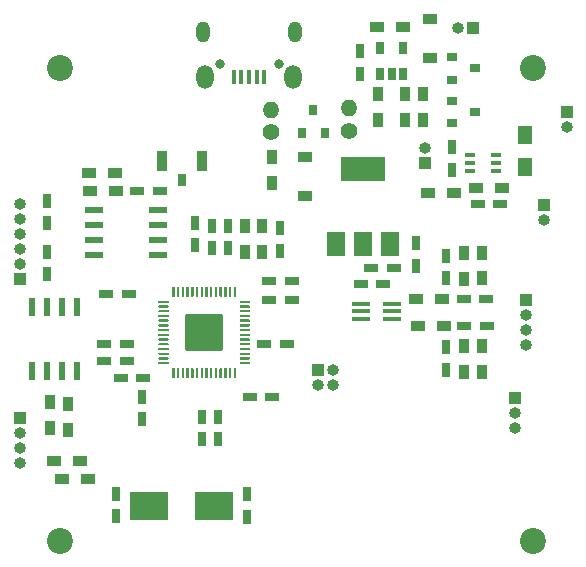
<source format=gbr>
%TF.GenerationSoftware,KiCad,Pcbnew,(5.1.12)-1*%
%TF.CreationDate,2021-12-23T20:15:37-08:00*%
%TF.ProjectId,frozen_stuff,66726f7a-656e-45f7-9374-7566662e6b69,rev?*%
%TF.SameCoordinates,Original*%
%TF.FileFunction,Soldermask,Top*%
%TF.FilePolarity,Negative*%
%FSLAX46Y46*%
G04 Gerber Fmt 4.6, Leading zero omitted, Abs format (unit mm)*
G04 Created by KiCad (PCBNEW (5.1.12)-1) date 2021-12-23 20:15:37*
%MOMM*%
%LPD*%
G01*
G04 APERTURE LIST*
%ADD10R,0.900000X1.200000*%
%ADD11R,1.000000X1.000000*%
%ADD12O,1.000000X1.000000*%
%ADD13C,2.200000*%
%ADD14R,0.750000X1.200000*%
%ADD15R,1.200000X0.900000*%
%ADD16R,1.200000X0.750000*%
%ADD17R,0.600000X1.550000*%
%ADD18C,1.400000*%
%ADD19O,1.400000X1.400000*%
%ADD20R,3.325000X2.400000*%
%ADD21R,1.500000X0.400000*%
%ADD22R,0.900000X1.700000*%
%ADD23R,0.800000X1.100000*%
%ADD24R,0.900000X0.800000*%
%ADD25R,0.650000X1.060000*%
%ADD26R,0.800000X0.900000*%
%ADD27R,3.800000X2.000000*%
%ADD28R,1.500000X2.000000*%
%ADD29R,0.900000X0.400000*%
%ADD30R,1.200000X1.500000*%
%ADD31R,0.450000X1.300000*%
%ADD32O,1.450000X2.000000*%
%ADD33O,1.150000X1.800000*%
%ADD34O,0.800000X0.800000*%
%ADD35R,1.550000X0.600000*%
G04 APERTURE END LIST*
D10*
%TO.C,R23*%
X195700000Y-87200000D03*
X195700000Y-89400000D03*
%TD*%
D11*
%TO.C,J9*%
X207900000Y-88700000D03*
D12*
X207900000Y-89970000D03*
%TD*%
D11*
%TO.C,J8*%
X186800000Y-110600000D03*
D12*
X188070000Y-110600000D03*
X186800000Y-111870000D03*
X188070000Y-111870000D03*
%TD*%
D11*
%TO.C,J7*%
X206000000Y-96600000D03*
D12*
X206000000Y-97870000D03*
%TD*%
D11*
%TO.C,J6*%
X195900000Y-93070000D03*
D12*
X195900000Y-91800000D03*
%TD*%
D13*
%TO.C,H4*%
X165000000Y-85000000D03*
%TD*%
%TO.C,H3*%
X205000000Y-125000000D03*
%TD*%
%TO.C,H2*%
X205000000Y-85000000D03*
%TD*%
%TO.C,H1*%
X165000000Y-125000000D03*
%TD*%
D14*
%TO.C,C28*%
X163880800Y-96230400D03*
X163880800Y-98130400D03*
%TD*%
D11*
%TO.C,J4*%
X161594800Y-102870000D03*
D12*
X161594800Y-101600000D03*
X161594800Y-100330000D03*
X161594800Y-99060000D03*
X161594800Y-97790000D03*
X161594800Y-96520000D03*
%TD*%
D14*
%TO.C,C5*%
X177012600Y-114528600D03*
X177012600Y-116428600D03*
%TD*%
D15*
%TO.C,R22*%
X164500000Y-118300000D03*
X166700000Y-118300000D03*
%TD*%
D10*
%TO.C,R21*%
X164134800Y-113301600D03*
X164134800Y-115501600D03*
%TD*%
D15*
%TO.C,R20*%
X167400000Y-119800000D03*
X165200000Y-119800000D03*
%TD*%
D10*
%TO.C,R19*%
X165658800Y-113454000D03*
X165658800Y-115654000D03*
%TD*%
D11*
%TO.C,J5*%
X161645600Y-114655600D03*
D12*
X161645600Y-115925600D03*
X161645600Y-117195600D03*
X161645600Y-118465600D03*
%TD*%
D14*
%TO.C,C30*%
X171958000Y-112842000D03*
X171958000Y-114742000D03*
%TD*%
D16*
%TO.C,C29*%
X172059600Y-111252000D03*
X170159600Y-111252000D03*
%TD*%
D14*
%TO.C,C27*%
X163931600Y-100548400D03*
X163931600Y-102448400D03*
%TD*%
D16*
%TO.C,C10*%
X170622000Y-108404000D03*
X168722000Y-108404000D03*
%TD*%
%TO.C,C26*%
X168722000Y-109791500D03*
X170622000Y-109791500D03*
%TD*%
%TO.C,C11*%
X170815000Y-104140000D03*
X168915000Y-104140000D03*
%TD*%
D17*
%TO.C,U7*%
X166433500Y-105250000D03*
X165163500Y-105250000D03*
X163893500Y-105250000D03*
X162623500Y-105250000D03*
X162623500Y-110650000D03*
X163893500Y-110650000D03*
X165163500Y-110650000D03*
X166433500Y-110650000D03*
%TD*%
D18*
%TO.C,R18*%
X182880000Y-90424000D03*
D19*
X182880000Y-88524000D03*
%TD*%
D11*
%TO.C,J3*%
X204470000Y-104648000D03*
D12*
X204470000Y-105918000D03*
X204470000Y-107188000D03*
X204470000Y-108458000D03*
%TD*%
D18*
%TO.C,R17*%
X189484000Y-90292000D03*
D19*
X189484000Y-88392000D03*
%TD*%
D20*
%TO.C,Y1*%
X172497500Y-122072400D03*
X178022500Y-122072400D03*
%TD*%
D15*
%TO.C,R3*%
X198361000Y-95577000D03*
X196161000Y-95577000D03*
%TD*%
D16*
%TO.C,C4*%
X181071000Y-112849000D03*
X182971000Y-112849000D03*
%TD*%
D21*
%TO.C,U3*%
X190470000Y-104960000D03*
X190470000Y-105610000D03*
X190470000Y-106260000D03*
X193130000Y-106260000D03*
X193130000Y-105610000D03*
X193130000Y-104960000D03*
%TD*%
D10*
%TO.C,R16*%
X200690000Y-108574000D03*
X200690000Y-110774000D03*
%TD*%
%TO.C,R15*%
X200690000Y-102816000D03*
X200690000Y-100616000D03*
%TD*%
%TO.C,R14*%
X199166000Y-108574000D03*
X199166000Y-110774000D03*
%TD*%
%TO.C,R13*%
X199166000Y-102900000D03*
X199166000Y-100700000D03*
%TD*%
D15*
%TO.C,R12*%
X197472000Y-106880000D03*
X195272000Y-106880000D03*
%TD*%
%TO.C,R11*%
X197302000Y-104594000D03*
X195102000Y-104594000D03*
%TD*%
D16*
%TO.C,C25*%
X201132000Y-106880000D03*
X199232000Y-106880000D03*
%TD*%
%TO.C,C24*%
X201066000Y-104594000D03*
X199166000Y-104594000D03*
%TD*%
D14*
%TO.C,C23*%
X197642000Y-110558000D03*
X197642000Y-108658000D03*
%TD*%
%TO.C,C22*%
X197642000Y-100916000D03*
X197642000Y-102816000D03*
%TD*%
D16*
%TO.C,C21*%
X192369000Y-103324000D03*
X190469000Y-103324000D03*
%TD*%
D14*
%TO.C,C12*%
X177830000Y-100273500D03*
X177830000Y-98373500D03*
%TD*%
D22*
%TO.C,SW1*%
X173590000Y-92852000D03*
X176990000Y-92852000D03*
D23*
X175290000Y-94492000D03*
%TD*%
D15*
%TO.C,R10*%
X169702000Y-95386500D03*
X167502000Y-95386500D03*
%TD*%
%TO.C,R9*%
X169659000Y-93862500D03*
X167459000Y-93862500D03*
%TD*%
D24*
%TO.C,Q2*%
X198166000Y-87769000D03*
X198166000Y-89669000D03*
X200166000Y-88719000D03*
%TD*%
D25*
%TO.C,U6*%
X192120000Y-85501000D03*
X193070000Y-85501000D03*
X194020000Y-85501000D03*
X194020000Y-83301000D03*
X192120000Y-83301000D03*
%TD*%
D10*
%TO.C,R8*%
X194213000Y-89438000D03*
X194213000Y-87238000D03*
%TD*%
%TO.C,R7*%
X191927000Y-89438000D03*
X191927000Y-87238000D03*
%TD*%
%TO.C,R6*%
X182900000Y-92500000D03*
X182900000Y-94700000D03*
%TD*%
D26*
%TO.C,Q3*%
X185486000Y-90535000D03*
X187386000Y-90535000D03*
X186436000Y-88535000D03*
%TD*%
D15*
%TO.C,D2*%
X185700000Y-92550000D03*
X185700000Y-95850000D03*
%TD*%
D14*
%TO.C,C20*%
X190403000Y-85478000D03*
X190403000Y-83578000D03*
%TD*%
%TO.C,C17*%
X176450000Y-100022000D03*
X176450000Y-98122000D03*
%TD*%
%TO.C,C16*%
X178409600Y-114543800D03*
X178409600Y-116443800D03*
%TD*%
%TO.C,C13*%
X179227000Y-100276000D03*
X179227000Y-98376000D03*
%TD*%
D16*
%TO.C,C9*%
X182722000Y-103070000D03*
X184622000Y-103070000D03*
%TD*%
%TO.C,C8*%
X182722000Y-104648000D03*
X184622000Y-104648000D03*
%TD*%
D14*
%TO.C,C7*%
X183608500Y-100464000D03*
X183608500Y-98564000D03*
%TD*%
D16*
%TO.C,C6*%
X182275000Y-108404000D03*
X184175000Y-108404000D03*
%TD*%
D27*
%TO.C,U5*%
X190627000Y-93585000D03*
D28*
X190627000Y-99885000D03*
X192927000Y-99885000D03*
X188327000Y-99885000D03*
%TD*%
D29*
%TO.C,U1*%
X199717000Y-92387000D03*
X199717000Y-93687000D03*
X201917000Y-93037000D03*
X199717000Y-93037000D03*
X201917000Y-93687000D03*
X201917000Y-92387000D03*
%TD*%
D15*
%TO.C,R2*%
X202425000Y-95196000D03*
X200225000Y-95196000D03*
%TD*%
%TO.C,R1*%
X194000000Y-81500000D03*
X191800000Y-81500000D03*
%TD*%
D24*
%TO.C,Q1*%
X198166000Y-84086000D03*
X198166000Y-85986000D03*
X200166000Y-85036000D03*
%TD*%
D30*
%TO.C,L1*%
X204373000Y-90671000D03*
X204373000Y-93371000D03*
%TD*%
D31*
%TO.C,J1*%
X182305000Y-85793000D03*
X181655000Y-85793000D03*
X181005000Y-85793000D03*
X180355000Y-85793000D03*
X179705000Y-85793000D03*
D32*
X184730000Y-85743000D03*
X177280000Y-85743000D03*
D33*
X184880000Y-81943000D03*
X177130000Y-81943000D03*
D34*
X183505000Y-84693000D03*
X178505000Y-84693000D03*
%TD*%
D15*
%TO.C,D1*%
X196300000Y-84150000D03*
X196300000Y-80850000D03*
%TD*%
D16*
%TO.C,C19*%
X191358000Y-101927000D03*
X193258000Y-101927000D03*
%TD*%
D14*
%TO.C,C18*%
X195102000Y-99834000D03*
X195102000Y-101734000D03*
%TD*%
D16*
%TO.C,C3*%
X202275000Y-96550000D03*
X200375000Y-96550000D03*
%TD*%
D14*
%TO.C,C1*%
X198150000Y-91706000D03*
X198150000Y-93606000D03*
%TD*%
D11*
%TO.C,BT1*%
X199928000Y-81607000D03*
D12*
X198658000Y-81607000D03*
%TD*%
D10*
%TO.C,R5*%
X182084500Y-98414000D03*
X182084500Y-100614000D03*
%TD*%
%TO.C,R4*%
X180624000Y-98414000D03*
X180624000Y-100614000D03*
%TD*%
D14*
%TO.C,C15*%
X180800000Y-121071600D03*
X180800000Y-122971600D03*
%TD*%
%TO.C,C14*%
X169773600Y-121020800D03*
X169773600Y-122920800D03*
%TD*%
D16*
%TO.C,C2*%
X171546000Y-95386500D03*
X173446000Y-95386500D03*
%TD*%
%TO.C,U4*%
G36*
G01*
X174495000Y-104338000D02*
X174495000Y-103563000D01*
G75*
G02*
X174545000Y-103513000I50000J0D01*
G01*
X174645000Y-103513000D01*
G75*
G02*
X174695000Y-103563000I0J-50000D01*
G01*
X174695000Y-104338000D01*
G75*
G02*
X174645000Y-104388000I-50000J0D01*
G01*
X174545000Y-104388000D01*
G75*
G02*
X174495000Y-104338000I0J50000D01*
G01*
G37*
G36*
G01*
X174895000Y-104338000D02*
X174895000Y-103563000D01*
G75*
G02*
X174945000Y-103513000I50000J0D01*
G01*
X175045000Y-103513000D01*
G75*
G02*
X175095000Y-103563000I0J-50000D01*
G01*
X175095000Y-104338000D01*
G75*
G02*
X175045000Y-104388000I-50000J0D01*
G01*
X174945000Y-104388000D01*
G75*
G02*
X174895000Y-104338000I0J50000D01*
G01*
G37*
G36*
G01*
X175295000Y-104338000D02*
X175295000Y-103563000D01*
G75*
G02*
X175345000Y-103513000I50000J0D01*
G01*
X175445000Y-103513000D01*
G75*
G02*
X175495000Y-103563000I0J-50000D01*
G01*
X175495000Y-104338000D01*
G75*
G02*
X175445000Y-104388000I-50000J0D01*
G01*
X175345000Y-104388000D01*
G75*
G02*
X175295000Y-104338000I0J50000D01*
G01*
G37*
G36*
G01*
X175695000Y-104338000D02*
X175695000Y-103563000D01*
G75*
G02*
X175745000Y-103513000I50000J0D01*
G01*
X175845000Y-103513000D01*
G75*
G02*
X175895000Y-103563000I0J-50000D01*
G01*
X175895000Y-104338000D01*
G75*
G02*
X175845000Y-104388000I-50000J0D01*
G01*
X175745000Y-104388000D01*
G75*
G02*
X175695000Y-104338000I0J50000D01*
G01*
G37*
G36*
G01*
X176095000Y-104338000D02*
X176095000Y-103563000D01*
G75*
G02*
X176145000Y-103513000I50000J0D01*
G01*
X176245000Y-103513000D01*
G75*
G02*
X176295000Y-103563000I0J-50000D01*
G01*
X176295000Y-104338000D01*
G75*
G02*
X176245000Y-104388000I-50000J0D01*
G01*
X176145000Y-104388000D01*
G75*
G02*
X176095000Y-104338000I0J50000D01*
G01*
G37*
G36*
G01*
X176495000Y-104338000D02*
X176495000Y-103563000D01*
G75*
G02*
X176545000Y-103513000I50000J0D01*
G01*
X176645000Y-103513000D01*
G75*
G02*
X176695000Y-103563000I0J-50000D01*
G01*
X176695000Y-104338000D01*
G75*
G02*
X176645000Y-104388000I-50000J0D01*
G01*
X176545000Y-104388000D01*
G75*
G02*
X176495000Y-104338000I0J50000D01*
G01*
G37*
G36*
G01*
X176895000Y-104338000D02*
X176895000Y-103563000D01*
G75*
G02*
X176945000Y-103513000I50000J0D01*
G01*
X177045000Y-103513000D01*
G75*
G02*
X177095000Y-103563000I0J-50000D01*
G01*
X177095000Y-104338000D01*
G75*
G02*
X177045000Y-104388000I-50000J0D01*
G01*
X176945000Y-104388000D01*
G75*
G02*
X176895000Y-104338000I0J50000D01*
G01*
G37*
G36*
G01*
X177295000Y-104338000D02*
X177295000Y-103563000D01*
G75*
G02*
X177345000Y-103513000I50000J0D01*
G01*
X177445000Y-103513000D01*
G75*
G02*
X177495000Y-103563000I0J-50000D01*
G01*
X177495000Y-104338000D01*
G75*
G02*
X177445000Y-104388000I-50000J0D01*
G01*
X177345000Y-104388000D01*
G75*
G02*
X177295000Y-104338000I0J50000D01*
G01*
G37*
G36*
G01*
X177695000Y-104338000D02*
X177695000Y-103563000D01*
G75*
G02*
X177745000Y-103513000I50000J0D01*
G01*
X177845000Y-103513000D01*
G75*
G02*
X177895000Y-103563000I0J-50000D01*
G01*
X177895000Y-104338000D01*
G75*
G02*
X177845000Y-104388000I-50000J0D01*
G01*
X177745000Y-104388000D01*
G75*
G02*
X177695000Y-104338000I0J50000D01*
G01*
G37*
G36*
G01*
X178095000Y-104338000D02*
X178095000Y-103563000D01*
G75*
G02*
X178145000Y-103513000I50000J0D01*
G01*
X178245000Y-103513000D01*
G75*
G02*
X178295000Y-103563000I0J-50000D01*
G01*
X178295000Y-104338000D01*
G75*
G02*
X178245000Y-104388000I-50000J0D01*
G01*
X178145000Y-104388000D01*
G75*
G02*
X178095000Y-104338000I0J50000D01*
G01*
G37*
G36*
G01*
X178495000Y-104338000D02*
X178495000Y-103563000D01*
G75*
G02*
X178545000Y-103513000I50000J0D01*
G01*
X178645000Y-103513000D01*
G75*
G02*
X178695000Y-103563000I0J-50000D01*
G01*
X178695000Y-104338000D01*
G75*
G02*
X178645000Y-104388000I-50000J0D01*
G01*
X178545000Y-104388000D01*
G75*
G02*
X178495000Y-104338000I0J50000D01*
G01*
G37*
G36*
G01*
X178895000Y-104338000D02*
X178895000Y-103563000D01*
G75*
G02*
X178945000Y-103513000I50000J0D01*
G01*
X179045000Y-103513000D01*
G75*
G02*
X179095000Y-103563000I0J-50000D01*
G01*
X179095000Y-104338000D01*
G75*
G02*
X179045000Y-104388000I-50000J0D01*
G01*
X178945000Y-104388000D01*
G75*
G02*
X178895000Y-104338000I0J50000D01*
G01*
G37*
G36*
G01*
X179295000Y-104338000D02*
X179295000Y-103563000D01*
G75*
G02*
X179345000Y-103513000I50000J0D01*
G01*
X179445000Y-103513000D01*
G75*
G02*
X179495000Y-103563000I0J-50000D01*
G01*
X179495000Y-104338000D01*
G75*
G02*
X179445000Y-104388000I-50000J0D01*
G01*
X179345000Y-104388000D01*
G75*
G02*
X179295000Y-104338000I0J50000D01*
G01*
G37*
G36*
G01*
X179695000Y-104338000D02*
X179695000Y-103563000D01*
G75*
G02*
X179745000Y-103513000I50000J0D01*
G01*
X179845000Y-103513000D01*
G75*
G02*
X179895000Y-103563000I0J-50000D01*
G01*
X179895000Y-104338000D01*
G75*
G02*
X179845000Y-104388000I-50000J0D01*
G01*
X179745000Y-104388000D01*
G75*
G02*
X179695000Y-104338000I0J50000D01*
G01*
G37*
G36*
G01*
X180195000Y-104838000D02*
X180195000Y-104738000D01*
G75*
G02*
X180245000Y-104688000I50000J0D01*
G01*
X181020000Y-104688000D01*
G75*
G02*
X181070000Y-104738000I0J-50000D01*
G01*
X181070000Y-104838000D01*
G75*
G02*
X181020000Y-104888000I-50000J0D01*
G01*
X180245000Y-104888000D01*
G75*
G02*
X180195000Y-104838000I0J50000D01*
G01*
G37*
G36*
G01*
X180195000Y-105238000D02*
X180195000Y-105138000D01*
G75*
G02*
X180245000Y-105088000I50000J0D01*
G01*
X181020000Y-105088000D01*
G75*
G02*
X181070000Y-105138000I0J-50000D01*
G01*
X181070000Y-105238000D01*
G75*
G02*
X181020000Y-105288000I-50000J0D01*
G01*
X180245000Y-105288000D01*
G75*
G02*
X180195000Y-105238000I0J50000D01*
G01*
G37*
G36*
G01*
X180195000Y-105638000D02*
X180195000Y-105538000D01*
G75*
G02*
X180245000Y-105488000I50000J0D01*
G01*
X181020000Y-105488000D01*
G75*
G02*
X181070000Y-105538000I0J-50000D01*
G01*
X181070000Y-105638000D01*
G75*
G02*
X181020000Y-105688000I-50000J0D01*
G01*
X180245000Y-105688000D01*
G75*
G02*
X180195000Y-105638000I0J50000D01*
G01*
G37*
G36*
G01*
X180195000Y-106038000D02*
X180195000Y-105938000D01*
G75*
G02*
X180245000Y-105888000I50000J0D01*
G01*
X181020000Y-105888000D01*
G75*
G02*
X181070000Y-105938000I0J-50000D01*
G01*
X181070000Y-106038000D01*
G75*
G02*
X181020000Y-106088000I-50000J0D01*
G01*
X180245000Y-106088000D01*
G75*
G02*
X180195000Y-106038000I0J50000D01*
G01*
G37*
G36*
G01*
X180195000Y-106438000D02*
X180195000Y-106338000D01*
G75*
G02*
X180245000Y-106288000I50000J0D01*
G01*
X181020000Y-106288000D01*
G75*
G02*
X181070000Y-106338000I0J-50000D01*
G01*
X181070000Y-106438000D01*
G75*
G02*
X181020000Y-106488000I-50000J0D01*
G01*
X180245000Y-106488000D01*
G75*
G02*
X180195000Y-106438000I0J50000D01*
G01*
G37*
G36*
G01*
X180195000Y-106838000D02*
X180195000Y-106738000D01*
G75*
G02*
X180245000Y-106688000I50000J0D01*
G01*
X181020000Y-106688000D01*
G75*
G02*
X181070000Y-106738000I0J-50000D01*
G01*
X181070000Y-106838000D01*
G75*
G02*
X181020000Y-106888000I-50000J0D01*
G01*
X180245000Y-106888000D01*
G75*
G02*
X180195000Y-106838000I0J50000D01*
G01*
G37*
G36*
G01*
X180195000Y-107238000D02*
X180195000Y-107138000D01*
G75*
G02*
X180245000Y-107088000I50000J0D01*
G01*
X181020000Y-107088000D01*
G75*
G02*
X181070000Y-107138000I0J-50000D01*
G01*
X181070000Y-107238000D01*
G75*
G02*
X181020000Y-107288000I-50000J0D01*
G01*
X180245000Y-107288000D01*
G75*
G02*
X180195000Y-107238000I0J50000D01*
G01*
G37*
G36*
G01*
X180195000Y-107638000D02*
X180195000Y-107538000D01*
G75*
G02*
X180245000Y-107488000I50000J0D01*
G01*
X181020000Y-107488000D01*
G75*
G02*
X181070000Y-107538000I0J-50000D01*
G01*
X181070000Y-107638000D01*
G75*
G02*
X181020000Y-107688000I-50000J0D01*
G01*
X180245000Y-107688000D01*
G75*
G02*
X180195000Y-107638000I0J50000D01*
G01*
G37*
G36*
G01*
X180195000Y-108038000D02*
X180195000Y-107938000D01*
G75*
G02*
X180245000Y-107888000I50000J0D01*
G01*
X181020000Y-107888000D01*
G75*
G02*
X181070000Y-107938000I0J-50000D01*
G01*
X181070000Y-108038000D01*
G75*
G02*
X181020000Y-108088000I-50000J0D01*
G01*
X180245000Y-108088000D01*
G75*
G02*
X180195000Y-108038000I0J50000D01*
G01*
G37*
G36*
G01*
X180195000Y-108438000D02*
X180195000Y-108338000D01*
G75*
G02*
X180245000Y-108288000I50000J0D01*
G01*
X181020000Y-108288000D01*
G75*
G02*
X181070000Y-108338000I0J-50000D01*
G01*
X181070000Y-108438000D01*
G75*
G02*
X181020000Y-108488000I-50000J0D01*
G01*
X180245000Y-108488000D01*
G75*
G02*
X180195000Y-108438000I0J50000D01*
G01*
G37*
G36*
G01*
X180195000Y-108838000D02*
X180195000Y-108738000D01*
G75*
G02*
X180245000Y-108688000I50000J0D01*
G01*
X181020000Y-108688000D01*
G75*
G02*
X181070000Y-108738000I0J-50000D01*
G01*
X181070000Y-108838000D01*
G75*
G02*
X181020000Y-108888000I-50000J0D01*
G01*
X180245000Y-108888000D01*
G75*
G02*
X180195000Y-108838000I0J50000D01*
G01*
G37*
G36*
G01*
X180195000Y-109238000D02*
X180195000Y-109138000D01*
G75*
G02*
X180245000Y-109088000I50000J0D01*
G01*
X181020000Y-109088000D01*
G75*
G02*
X181070000Y-109138000I0J-50000D01*
G01*
X181070000Y-109238000D01*
G75*
G02*
X181020000Y-109288000I-50000J0D01*
G01*
X180245000Y-109288000D01*
G75*
G02*
X180195000Y-109238000I0J50000D01*
G01*
G37*
G36*
G01*
X180195000Y-109638000D02*
X180195000Y-109538000D01*
G75*
G02*
X180245000Y-109488000I50000J0D01*
G01*
X181020000Y-109488000D01*
G75*
G02*
X181070000Y-109538000I0J-50000D01*
G01*
X181070000Y-109638000D01*
G75*
G02*
X181020000Y-109688000I-50000J0D01*
G01*
X180245000Y-109688000D01*
G75*
G02*
X180195000Y-109638000I0J50000D01*
G01*
G37*
G36*
G01*
X180195000Y-110038000D02*
X180195000Y-109938000D01*
G75*
G02*
X180245000Y-109888000I50000J0D01*
G01*
X181020000Y-109888000D01*
G75*
G02*
X181070000Y-109938000I0J-50000D01*
G01*
X181070000Y-110038000D01*
G75*
G02*
X181020000Y-110088000I-50000J0D01*
G01*
X180245000Y-110088000D01*
G75*
G02*
X180195000Y-110038000I0J50000D01*
G01*
G37*
G36*
G01*
X179695000Y-111213000D02*
X179695000Y-110438000D01*
G75*
G02*
X179745000Y-110388000I50000J0D01*
G01*
X179845000Y-110388000D01*
G75*
G02*
X179895000Y-110438000I0J-50000D01*
G01*
X179895000Y-111213000D01*
G75*
G02*
X179845000Y-111263000I-50000J0D01*
G01*
X179745000Y-111263000D01*
G75*
G02*
X179695000Y-111213000I0J50000D01*
G01*
G37*
G36*
G01*
X179295000Y-111213000D02*
X179295000Y-110438000D01*
G75*
G02*
X179345000Y-110388000I50000J0D01*
G01*
X179445000Y-110388000D01*
G75*
G02*
X179495000Y-110438000I0J-50000D01*
G01*
X179495000Y-111213000D01*
G75*
G02*
X179445000Y-111263000I-50000J0D01*
G01*
X179345000Y-111263000D01*
G75*
G02*
X179295000Y-111213000I0J50000D01*
G01*
G37*
G36*
G01*
X178895000Y-111213000D02*
X178895000Y-110438000D01*
G75*
G02*
X178945000Y-110388000I50000J0D01*
G01*
X179045000Y-110388000D01*
G75*
G02*
X179095000Y-110438000I0J-50000D01*
G01*
X179095000Y-111213000D01*
G75*
G02*
X179045000Y-111263000I-50000J0D01*
G01*
X178945000Y-111263000D01*
G75*
G02*
X178895000Y-111213000I0J50000D01*
G01*
G37*
G36*
G01*
X178495000Y-111213000D02*
X178495000Y-110438000D01*
G75*
G02*
X178545000Y-110388000I50000J0D01*
G01*
X178645000Y-110388000D01*
G75*
G02*
X178695000Y-110438000I0J-50000D01*
G01*
X178695000Y-111213000D01*
G75*
G02*
X178645000Y-111263000I-50000J0D01*
G01*
X178545000Y-111263000D01*
G75*
G02*
X178495000Y-111213000I0J50000D01*
G01*
G37*
G36*
G01*
X178095000Y-111213000D02*
X178095000Y-110438000D01*
G75*
G02*
X178145000Y-110388000I50000J0D01*
G01*
X178245000Y-110388000D01*
G75*
G02*
X178295000Y-110438000I0J-50000D01*
G01*
X178295000Y-111213000D01*
G75*
G02*
X178245000Y-111263000I-50000J0D01*
G01*
X178145000Y-111263000D01*
G75*
G02*
X178095000Y-111213000I0J50000D01*
G01*
G37*
G36*
G01*
X177695000Y-111213000D02*
X177695000Y-110438000D01*
G75*
G02*
X177745000Y-110388000I50000J0D01*
G01*
X177845000Y-110388000D01*
G75*
G02*
X177895000Y-110438000I0J-50000D01*
G01*
X177895000Y-111213000D01*
G75*
G02*
X177845000Y-111263000I-50000J0D01*
G01*
X177745000Y-111263000D01*
G75*
G02*
X177695000Y-111213000I0J50000D01*
G01*
G37*
G36*
G01*
X177295000Y-111213000D02*
X177295000Y-110438000D01*
G75*
G02*
X177345000Y-110388000I50000J0D01*
G01*
X177445000Y-110388000D01*
G75*
G02*
X177495000Y-110438000I0J-50000D01*
G01*
X177495000Y-111213000D01*
G75*
G02*
X177445000Y-111263000I-50000J0D01*
G01*
X177345000Y-111263000D01*
G75*
G02*
X177295000Y-111213000I0J50000D01*
G01*
G37*
G36*
G01*
X176895000Y-111213000D02*
X176895000Y-110438000D01*
G75*
G02*
X176945000Y-110388000I50000J0D01*
G01*
X177045000Y-110388000D01*
G75*
G02*
X177095000Y-110438000I0J-50000D01*
G01*
X177095000Y-111213000D01*
G75*
G02*
X177045000Y-111263000I-50000J0D01*
G01*
X176945000Y-111263000D01*
G75*
G02*
X176895000Y-111213000I0J50000D01*
G01*
G37*
G36*
G01*
X176495000Y-111213000D02*
X176495000Y-110438000D01*
G75*
G02*
X176545000Y-110388000I50000J0D01*
G01*
X176645000Y-110388000D01*
G75*
G02*
X176695000Y-110438000I0J-50000D01*
G01*
X176695000Y-111213000D01*
G75*
G02*
X176645000Y-111263000I-50000J0D01*
G01*
X176545000Y-111263000D01*
G75*
G02*
X176495000Y-111213000I0J50000D01*
G01*
G37*
G36*
G01*
X176095000Y-111213000D02*
X176095000Y-110438000D01*
G75*
G02*
X176145000Y-110388000I50000J0D01*
G01*
X176245000Y-110388000D01*
G75*
G02*
X176295000Y-110438000I0J-50000D01*
G01*
X176295000Y-111213000D01*
G75*
G02*
X176245000Y-111263000I-50000J0D01*
G01*
X176145000Y-111263000D01*
G75*
G02*
X176095000Y-111213000I0J50000D01*
G01*
G37*
G36*
G01*
X175695000Y-111213000D02*
X175695000Y-110438000D01*
G75*
G02*
X175745000Y-110388000I50000J0D01*
G01*
X175845000Y-110388000D01*
G75*
G02*
X175895000Y-110438000I0J-50000D01*
G01*
X175895000Y-111213000D01*
G75*
G02*
X175845000Y-111263000I-50000J0D01*
G01*
X175745000Y-111263000D01*
G75*
G02*
X175695000Y-111213000I0J50000D01*
G01*
G37*
G36*
G01*
X175295000Y-111213000D02*
X175295000Y-110438000D01*
G75*
G02*
X175345000Y-110388000I50000J0D01*
G01*
X175445000Y-110388000D01*
G75*
G02*
X175495000Y-110438000I0J-50000D01*
G01*
X175495000Y-111213000D01*
G75*
G02*
X175445000Y-111263000I-50000J0D01*
G01*
X175345000Y-111263000D01*
G75*
G02*
X175295000Y-111213000I0J50000D01*
G01*
G37*
G36*
G01*
X174895000Y-111213000D02*
X174895000Y-110438000D01*
G75*
G02*
X174945000Y-110388000I50000J0D01*
G01*
X175045000Y-110388000D01*
G75*
G02*
X175095000Y-110438000I0J-50000D01*
G01*
X175095000Y-111213000D01*
G75*
G02*
X175045000Y-111263000I-50000J0D01*
G01*
X174945000Y-111263000D01*
G75*
G02*
X174895000Y-111213000I0J50000D01*
G01*
G37*
G36*
G01*
X174495000Y-111213000D02*
X174495000Y-110438000D01*
G75*
G02*
X174545000Y-110388000I50000J0D01*
G01*
X174645000Y-110388000D01*
G75*
G02*
X174695000Y-110438000I0J-50000D01*
G01*
X174695000Y-111213000D01*
G75*
G02*
X174645000Y-111263000I-50000J0D01*
G01*
X174545000Y-111263000D01*
G75*
G02*
X174495000Y-111213000I0J50000D01*
G01*
G37*
G36*
G01*
X173320000Y-110038000D02*
X173320000Y-109938000D01*
G75*
G02*
X173370000Y-109888000I50000J0D01*
G01*
X174145000Y-109888000D01*
G75*
G02*
X174195000Y-109938000I0J-50000D01*
G01*
X174195000Y-110038000D01*
G75*
G02*
X174145000Y-110088000I-50000J0D01*
G01*
X173370000Y-110088000D01*
G75*
G02*
X173320000Y-110038000I0J50000D01*
G01*
G37*
G36*
G01*
X173320000Y-109638000D02*
X173320000Y-109538000D01*
G75*
G02*
X173370000Y-109488000I50000J0D01*
G01*
X174145000Y-109488000D01*
G75*
G02*
X174195000Y-109538000I0J-50000D01*
G01*
X174195000Y-109638000D01*
G75*
G02*
X174145000Y-109688000I-50000J0D01*
G01*
X173370000Y-109688000D01*
G75*
G02*
X173320000Y-109638000I0J50000D01*
G01*
G37*
G36*
G01*
X173320000Y-109238000D02*
X173320000Y-109138000D01*
G75*
G02*
X173370000Y-109088000I50000J0D01*
G01*
X174145000Y-109088000D01*
G75*
G02*
X174195000Y-109138000I0J-50000D01*
G01*
X174195000Y-109238000D01*
G75*
G02*
X174145000Y-109288000I-50000J0D01*
G01*
X173370000Y-109288000D01*
G75*
G02*
X173320000Y-109238000I0J50000D01*
G01*
G37*
G36*
G01*
X173320000Y-108838000D02*
X173320000Y-108738000D01*
G75*
G02*
X173370000Y-108688000I50000J0D01*
G01*
X174145000Y-108688000D01*
G75*
G02*
X174195000Y-108738000I0J-50000D01*
G01*
X174195000Y-108838000D01*
G75*
G02*
X174145000Y-108888000I-50000J0D01*
G01*
X173370000Y-108888000D01*
G75*
G02*
X173320000Y-108838000I0J50000D01*
G01*
G37*
G36*
G01*
X173320000Y-108438000D02*
X173320000Y-108338000D01*
G75*
G02*
X173370000Y-108288000I50000J0D01*
G01*
X174145000Y-108288000D01*
G75*
G02*
X174195000Y-108338000I0J-50000D01*
G01*
X174195000Y-108438000D01*
G75*
G02*
X174145000Y-108488000I-50000J0D01*
G01*
X173370000Y-108488000D01*
G75*
G02*
X173320000Y-108438000I0J50000D01*
G01*
G37*
G36*
G01*
X173320000Y-108038000D02*
X173320000Y-107938000D01*
G75*
G02*
X173370000Y-107888000I50000J0D01*
G01*
X174145000Y-107888000D01*
G75*
G02*
X174195000Y-107938000I0J-50000D01*
G01*
X174195000Y-108038000D01*
G75*
G02*
X174145000Y-108088000I-50000J0D01*
G01*
X173370000Y-108088000D01*
G75*
G02*
X173320000Y-108038000I0J50000D01*
G01*
G37*
G36*
G01*
X173320000Y-107638000D02*
X173320000Y-107538000D01*
G75*
G02*
X173370000Y-107488000I50000J0D01*
G01*
X174145000Y-107488000D01*
G75*
G02*
X174195000Y-107538000I0J-50000D01*
G01*
X174195000Y-107638000D01*
G75*
G02*
X174145000Y-107688000I-50000J0D01*
G01*
X173370000Y-107688000D01*
G75*
G02*
X173320000Y-107638000I0J50000D01*
G01*
G37*
G36*
G01*
X173320000Y-107238000D02*
X173320000Y-107138000D01*
G75*
G02*
X173370000Y-107088000I50000J0D01*
G01*
X174145000Y-107088000D01*
G75*
G02*
X174195000Y-107138000I0J-50000D01*
G01*
X174195000Y-107238000D01*
G75*
G02*
X174145000Y-107288000I-50000J0D01*
G01*
X173370000Y-107288000D01*
G75*
G02*
X173320000Y-107238000I0J50000D01*
G01*
G37*
G36*
G01*
X173320000Y-106838000D02*
X173320000Y-106738000D01*
G75*
G02*
X173370000Y-106688000I50000J0D01*
G01*
X174145000Y-106688000D01*
G75*
G02*
X174195000Y-106738000I0J-50000D01*
G01*
X174195000Y-106838000D01*
G75*
G02*
X174145000Y-106888000I-50000J0D01*
G01*
X173370000Y-106888000D01*
G75*
G02*
X173320000Y-106838000I0J50000D01*
G01*
G37*
G36*
G01*
X173320000Y-106438000D02*
X173320000Y-106338000D01*
G75*
G02*
X173370000Y-106288000I50000J0D01*
G01*
X174145000Y-106288000D01*
G75*
G02*
X174195000Y-106338000I0J-50000D01*
G01*
X174195000Y-106438000D01*
G75*
G02*
X174145000Y-106488000I-50000J0D01*
G01*
X173370000Y-106488000D01*
G75*
G02*
X173320000Y-106438000I0J50000D01*
G01*
G37*
G36*
G01*
X173320000Y-106038000D02*
X173320000Y-105938000D01*
G75*
G02*
X173370000Y-105888000I50000J0D01*
G01*
X174145000Y-105888000D01*
G75*
G02*
X174195000Y-105938000I0J-50000D01*
G01*
X174195000Y-106038000D01*
G75*
G02*
X174145000Y-106088000I-50000J0D01*
G01*
X173370000Y-106088000D01*
G75*
G02*
X173320000Y-106038000I0J50000D01*
G01*
G37*
G36*
G01*
X173320000Y-105638000D02*
X173320000Y-105538000D01*
G75*
G02*
X173370000Y-105488000I50000J0D01*
G01*
X174145000Y-105488000D01*
G75*
G02*
X174195000Y-105538000I0J-50000D01*
G01*
X174195000Y-105638000D01*
G75*
G02*
X174145000Y-105688000I-50000J0D01*
G01*
X173370000Y-105688000D01*
G75*
G02*
X173320000Y-105638000I0J50000D01*
G01*
G37*
G36*
G01*
X173320000Y-105238000D02*
X173320000Y-105138000D01*
G75*
G02*
X173370000Y-105088000I50000J0D01*
G01*
X174145000Y-105088000D01*
G75*
G02*
X174195000Y-105138000I0J-50000D01*
G01*
X174195000Y-105238000D01*
G75*
G02*
X174145000Y-105288000I-50000J0D01*
G01*
X173370000Y-105288000D01*
G75*
G02*
X173320000Y-105238000I0J50000D01*
G01*
G37*
G36*
G01*
X173320000Y-104838000D02*
X173320000Y-104738000D01*
G75*
G02*
X173370000Y-104688000I50000J0D01*
G01*
X174145000Y-104688000D01*
G75*
G02*
X174195000Y-104738000I0J-50000D01*
G01*
X174195000Y-104838000D01*
G75*
G02*
X174145000Y-104888000I-50000J0D01*
G01*
X173370000Y-104888000D01*
G75*
G02*
X173320000Y-104838000I0J50000D01*
G01*
G37*
G36*
G01*
X175595000Y-108844000D02*
X175595000Y-105932000D01*
G75*
G02*
X175739000Y-105788000I144000J0D01*
G01*
X178651000Y-105788000D01*
G75*
G02*
X178795000Y-105932000I0J-144000D01*
G01*
X178795000Y-108844000D01*
G75*
G02*
X178651000Y-108988000I-144000J0D01*
G01*
X175739000Y-108988000D01*
G75*
G02*
X175595000Y-108844000I0J144000D01*
G01*
G37*
%TD*%
D35*
%TO.C,U2*%
X167891000Y-97037500D03*
X167891000Y-98307500D03*
X167891000Y-99577500D03*
X167891000Y-100847500D03*
X173291000Y-100847500D03*
X173291000Y-99577500D03*
X173291000Y-98307500D03*
X173291000Y-97037500D03*
%TD*%
D11*
%TO.C,J2*%
X203484000Y-112976000D03*
D12*
X203484000Y-114246000D03*
X203484000Y-115516000D03*
%TD*%
M02*

</source>
